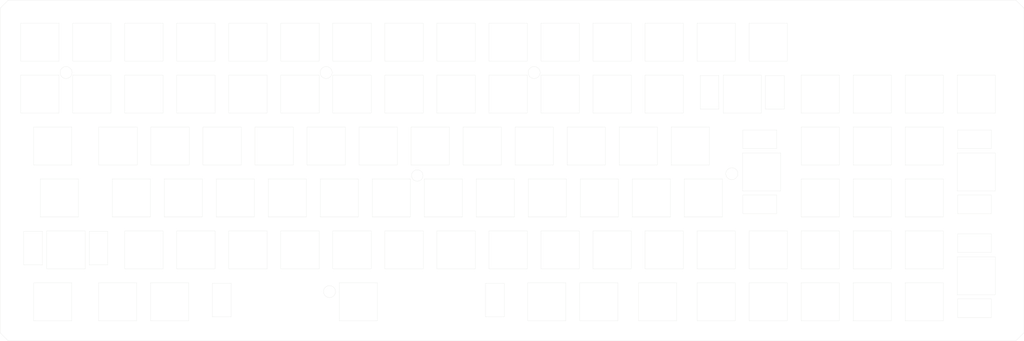
<source format=kicad_pcb>
(kicad_pcb (version 20171130) (host pcbnew "(5.1.4)-1")

  (general
    (thickness 1.6)
    (drawings 450)
    (tracks 0)
    (zones 0)
    (modules 0)
    (nets 1)
  )

  (page A3)
  (title_block
    (title RCK)
    (date 2023-01-31)
    (rev 1.0)
    (company "Raul Reinosa (rreinosa)")
  )

  (layers
    (0 F.Cu signal)
    (31 B.Cu signal)
    (32 B.Adhes user)
    (33 F.Adhes user)
    (34 B.Paste user)
    (35 F.Paste user)
    (36 B.SilkS user)
    (37 F.SilkS user)
    (38 B.Mask user)
    (39 F.Mask user)
    (40 Dwgs.User user)
    (41 Cmts.User user)
    (42 Eco1.User user)
    (43 Eco2.User user)
    (44 Edge.Cuts user)
    (45 Margin user)
    (46 B.CrtYd user)
    (47 F.CrtYd user)
    (48 B.Fab user)
    (49 F.Fab user)
  )

  (setup
    (last_trace_width 0.15)
    (user_trace_width 0.4)
    (trace_clearance 0.2)
    (zone_clearance 0.508)
    (zone_45_only no)
    (trace_min 0.15)
    (via_size 0.8)
    (via_drill 0.4)
    (via_min_size 0.3)
    (via_min_drill 0.3)
    (uvia_size 0.3)
    (uvia_drill 0.1)
    (uvias_allowed no)
    (uvia_min_size 0.2)
    (uvia_min_drill 0.1)
    (edge_width 0.05)
    (segment_width 0.2)
    (pcb_text_width 0.3)
    (pcb_text_size 1.5 1.5)
    (mod_edge_width 0.12)
    (mod_text_size 1 1)
    (mod_text_width 0.15)
    (pad_size 1.524 1.524)
    (pad_drill 0.762)
    (pad_to_mask_clearance 0.051)
    (solder_mask_min_width 0.25)
    (aux_axis_origin 0 0)
    (visible_elements 7FFFA6EF)
    (pcbplotparams
      (layerselection 0x01000_7ffffffe)
      (usegerberextensions false)
      (usegerberattributes false)
      (usegerberadvancedattributes false)
      (creategerberjobfile false)
      (excludeedgelayer true)
      (linewidth 0.100000)
      (plotframeref false)
      (viasonmask false)
      (mode 1)
      (useauxorigin false)
      (hpglpennumber 1)
      (hpglpenspeed 20)
      (hpglpendiameter 15.000000)
      (psnegative false)
      (psa4output false)
      (plotreference true)
      (plotvalue true)
      (plotinvisibletext false)
      (padsonsilk false)
      (subtractmaskfromsilk false)
      (outputformat 4)
      (mirror false)
      (drillshape 0)
      (scaleselection 1)
      (outputdirectory "dxf/"))
  )

  (net 0 "")

  (net_class Default "Esta es la clase de red por defecto."
    (clearance 0.2)
    (trace_width 0.15)
    (via_dia 0.8)
    (via_drill 0.4)
    (uvia_dia 0.3)
    (uvia_drill 0.1)
  )

  (gr_line (start 372.3386 211.6328) (end 372.3386 204.8256) (layer Edge.Cuts) (width 0.05) (tstamp 63EE1C4D))
  (gr_line (start 384.7084 211.6328) (end 372.3386 211.6328) (layer Edge.Cuts) (width 0.05))
  (gr_line (start 384.7084 204.8256) (end 384.7084 211.6328) (layer Edge.Cuts) (width 0.05))
  (gr_line (start 372.3386 204.8256) (end 384.7084 204.8256) (layer Edge.Cuts) (width 0.05))
  (gr_line (start 372.3386 235.5088) (end 372.3386 228.7016) (layer Edge.Cuts) (width 0.05) (tstamp 63EE1C4C))
  (gr_line (start 384.7084 235.5088) (end 372.3386 235.5088) (layer Edge.Cuts) (width 0.05))
  (gr_line (start 384.7084 228.7016) (end 384.7084 235.5088) (layer Edge.Cuts) (width 0.05))
  (gr_line (start 372.3386 228.7016) (end 384.7084 228.7016) (layer Edge.Cuts) (width 0.05))
  (gr_line (start 372.3386 173.5582) (end 372.3386 166.7256) (layer Edge.Cuts) (width 0.05) (tstamp 63EE1BA1))
  (gr_line (start 384.7084 173.5582) (end 372.3386 173.5582) (layer Edge.Cuts) (width 0.05))
  (gr_line (start 384.7084 166.7256) (end 384.7084 173.5582) (layer Edge.Cuts) (width 0.05))
  (gr_line (start 372.3386 166.7256) (end 384.7084 166.7256) (layer Edge.Cuts) (width 0.05))
  (gr_line (start 384.7084 190.6016) (end 372.3386 190.6016) (layer Edge.Cuts) (width 0.05) (tstamp 63EE1BA0))
  (gr_line (start 384.7084 197.4088) (end 384.7084 190.6016) (layer Edge.Cuts) (width 0.05))
  (gr_line (start 372.3386 197.4088) (end 384.7084 197.4088) (layer Edge.Cuts) (width 0.05))
  (gr_line (start 372.3386 190.6016) (end 372.3386 197.4088) (layer Edge.Cuts) (width 0.05))
  (gr_line (start 293.7256 173.5328) (end 293.7256 166.7256) (layer Edge.Cuts) (width 0.05) (tstamp 63EE0F66))
  (gr_line (start 306.0954 173.5328) (end 293.7256 173.5328) (layer Edge.Cuts) (width 0.05))
  (gr_line (start 306.0954 166.7256) (end 306.0954 173.5328) (layer Edge.Cuts) (width 0.05))
  (gr_line (start 293.7256 166.7256) (end 306.0954 166.7256) (layer Edge.Cuts) (width 0.05))
  (gr_line (start 306.0954 190.6016) (end 293.7256 190.6016) (layer Edge.Cuts) (width 0.05) (tstamp 63EE0F65))
  (gr_line (start 306.0954 197.4088) (end 306.0954 190.6016) (layer Edge.Cuts) (width 0.05))
  (gr_line (start 293.7256 197.4088) (end 306.0954 197.4088) (layer Edge.Cuts) (width 0.05))
  (gr_line (start 293.7256 190.6016) (end 293.7256 197.4088) (layer Edge.Cuts) (width 0.05))
  (gr_line (start 301.9806 159.0802) (end 301.9806 146.7104) (layer Edge.Cuts) (width 0.05) (tstamp 63EE0ED4))
  (gr_line (start 308.7878 159.0802) (end 301.9806 159.0802) (layer Edge.Cuts) (width 0.05))
  (gr_line (start 308.7878 146.7104) (end 308.7878 159.0802) (layer Edge.Cuts) (width 0.05))
  (gr_line (start 301.9806 146.7104) (end 308.7878 146.7104) (layer Edge.Cuts) (width 0.05))
  (gr_line (start 278.1046 146.7104) (end 284.9118 146.7104) (layer Edge.Cuts) (width 0.05) (tstamp 63EE0ED3))
  (gr_line (start 278.1046 159.1056) (end 278.1046 146.7104) (layer Edge.Cuts) (width 0.05))
  (gr_line (start 284.9372 159.1056) (end 278.1046 159.1056) (layer Edge.Cuts) (width 0.05))
  (gr_line (start 284.9118 146.7104) (end 284.9372 159.1056) (layer Edge.Cuts) (width 0.05))
  (gr_line (start 199.4408 235.2802) (end 199.4408 222.9104) (layer Edge.Cuts) (width 0.05) (tstamp 63EE0DC7))
  (gr_line (start 206.248 235.2802) (end 199.4408 235.2802) (layer Edge.Cuts) (width 0.05))
  (gr_line (start 206.248 222.9104) (end 206.248 235.2802) (layer Edge.Cuts) (width 0.05))
  (gr_line (start 199.4408 222.9104) (end 206.248 222.9104) (layer Edge.Cuts) (width 0.05))
  (gr_line (start 99.441 222.9104) (end 106.2482 222.9104) (layer Edge.Cuts) (width 0.05) (tstamp 63EE0DC6))
  (gr_line (start 99.441 235.2802) (end 99.441 222.9104) (layer Edge.Cuts) (width 0.05))
  (gr_line (start 106.2482 235.2802) (end 99.441 235.2802) (layer Edge.Cuts) (width 0.05))
  (gr_line (start 106.2482 222.9104) (end 106.2482 235.2802) (layer Edge.Cuts) (width 0.05))
  (gr_circle (center 142.3162 225.9838) (end 144.5162 225.9838) (layer Edge.Cuts) (width 0.05))
  (gr_circle (center 174.457 183.4232) (end 176.557 183.4232) (layer Edge.Cuts) (width 0.05) (tstamp 63EE6F9C))
  (gr_circle (center 289.6616 182.753) (end 291.8616 182.753) (layer Edge.Cuts) (width 0.05))
  (gr_circle (center 217.2462 145.6436) (end 219.4462 145.6436) (layer Edge.Cuts) (width 0.05))
  (gr_circle (center 141.0716 145.6436) (end 143.2716 145.6436) (layer Edge.Cuts) (width 0.05))
  (gr_line (start 30.3784 203.8604) (end 37.1856 203.8604) (layer Edge.Cuts) (width 0.05) (tstamp 63EE5E1D))
  (gr_line (start 30.3784 216.2302) (end 30.3784 203.8604) (layer Edge.Cuts) (width 0.05))
  (gr_line (start 37.1856 216.2302) (end 30.3784 216.2302) (layer Edge.Cuts) (width 0.05))
  (gr_line (start 37.1856 203.8604) (end 37.1856 216.2302) (layer Edge.Cuts) (width 0.05))
  (gr_line (start 54.2544 216.2302) (end 54.2544 203.8604) (layer Edge.Cuts) (width 0.05) (tstamp 63EE5E1C))
  (gr_line (start 61.0616 216.2302) (end 54.2544 216.2302) (layer Edge.Cuts) (width 0.05))
  (gr_line (start 61.0616 203.8604) (end 61.0616 216.2302) (layer Edge.Cuts) (width 0.05))
  (gr_line (start 54.2544 203.8604) (end 61.0616 203.8604) (layer Edge.Cuts) (width 0.05))
  (gr_circle (center 45.8216 145.6436) (end 48.0216 145.6436) (layer Edge.Cuts) (width 0.05))
  (gr_line (start 353.1108 236.728) (end 353.1108 222.758) (layer Edge.Cuts) (width 0.05) (tstamp 63ED67B1))
  (gr_line (start 367.0808 236.728) (end 353.1108 236.728) (layer Edge.Cuts) (width 0.05))
  (gr_line (start 367.0808 222.758) (end 367.0808 236.728) (layer Edge.Cuts) (width 0.05))
  (gr_line (start 353.1108 222.758) (end 367.0808 222.758) (layer Edge.Cuts) (width 0.05))
  (gr_line (start 334.0608 236.728) (end 334.0608 222.758) (layer Edge.Cuts) (width 0.05) (tstamp 63ED67B0))
  (gr_line (start 348.0308 236.728) (end 334.0608 236.728) (layer Edge.Cuts) (width 0.05))
  (gr_line (start 348.0308 222.758) (end 348.0308 236.728) (layer Edge.Cuts) (width 0.05))
  (gr_line (start 334.0608 222.758) (end 348.0308 222.758) (layer Edge.Cuts) (width 0.05))
  (gr_line (start 315.0108 236.728) (end 315.0108 222.758) (layer Edge.Cuts) (width 0.05) (tstamp 63ED67AF))
  (gr_line (start 328.9808 236.728) (end 315.0108 236.728) (layer Edge.Cuts) (width 0.05))
  (gr_line (start 328.9808 222.758) (end 328.9808 236.728) (layer Edge.Cuts) (width 0.05))
  (gr_line (start 315.0108 222.758) (end 328.9808 222.758) (layer Edge.Cuts) (width 0.05))
  (gr_line (start 295.9608 236.728) (end 295.9608 222.758) (layer Edge.Cuts) (width 0.05) (tstamp 63ED67AE))
  (gr_line (start 309.9308 236.728) (end 295.9608 236.728) (layer Edge.Cuts) (width 0.05))
  (gr_line (start 309.9308 222.758) (end 309.9308 236.728) (layer Edge.Cuts) (width 0.05))
  (gr_line (start 295.9608 222.758) (end 309.9308 222.758) (layer Edge.Cuts) (width 0.05))
  (gr_line (start 276.9108 236.728) (end 276.9108 222.758) (layer Edge.Cuts) (width 0.05) (tstamp 63ED67AD))
  (gr_line (start 290.8808 236.728) (end 276.9108 236.728) (layer Edge.Cuts) (width 0.05))
  (gr_line (start 290.8808 222.758) (end 290.8808 236.728) (layer Edge.Cuts) (width 0.05))
  (gr_line (start 276.9108 222.758) (end 290.8808 222.758) (layer Edge.Cuts) (width 0.05))
  (gr_line (start 255.4732 236.728) (end 255.4732 222.758) (layer Edge.Cuts) (width 0.05) (tstamp 63ED67AC))
  (gr_line (start 269.4432 236.728) (end 255.4732 236.728) (layer Edge.Cuts) (width 0.05))
  (gr_line (start 269.4432 222.758) (end 269.4432 236.728) (layer Edge.Cuts) (width 0.05))
  (gr_line (start 255.4732 222.758) (end 269.4432 222.758) (layer Edge.Cuts) (width 0.05))
  (gr_line (start 233.9848 236.728) (end 233.9848 222.758) (layer Edge.Cuts) (width 0.05) (tstamp 63ED67AB))
  (gr_line (start 247.9548 236.728) (end 233.9848 236.728) (layer Edge.Cuts) (width 0.05))
  (gr_line (start 247.9548 222.758) (end 247.9548 236.728) (layer Edge.Cuts) (width 0.05))
  (gr_line (start 233.9848 222.758) (end 247.9548 222.758) (layer Edge.Cuts) (width 0.05))
  (gr_line (start 214.9348 236.728) (end 214.9348 222.758) (layer Edge.Cuts) (width 0.05) (tstamp 63ED67AA))
  (gr_line (start 228.9048 236.728) (end 214.9348 236.728) (layer Edge.Cuts) (width 0.05))
  (gr_line (start 228.9048 222.758) (end 228.9048 236.728) (layer Edge.Cuts) (width 0.05))
  (gr_line (start 214.9348 222.758) (end 228.9048 222.758) (layer Edge.Cuts) (width 0.05))
  (gr_line (start 145.8468 236.728) (end 145.8468 222.758) (layer Edge.Cuts) (width 0.05) (tstamp 63ED67A9))
  (gr_line (start 159.8168 236.728) (end 145.8468 236.728) (layer Edge.Cuts) (width 0.05))
  (gr_line (start 159.8168 222.758) (end 159.8168 236.728) (layer Edge.Cuts) (width 0.05))
  (gr_line (start 145.8468 222.758) (end 159.8168 222.758) (layer Edge.Cuts) (width 0.05))
  (gr_line (start 76.7588 236.728) (end 76.7588 222.758) (layer Edge.Cuts) (width 0.05) (tstamp 63ED67A8))
  (gr_line (start 90.7288 236.728) (end 76.7588 236.728) (layer Edge.Cuts) (width 0.05))
  (gr_line (start 90.7288 222.758) (end 90.7288 236.728) (layer Edge.Cuts) (width 0.05))
  (gr_line (start 76.7588 222.758) (end 90.7288 222.758) (layer Edge.Cuts) (width 0.05))
  (gr_line (start 57.7088 236.728) (end 57.7088 222.758) (layer Edge.Cuts) (width 0.05) (tstamp 63ED67A7))
  (gr_line (start 71.6788 236.728) (end 57.7088 236.728) (layer Edge.Cuts) (width 0.05))
  (gr_line (start 71.6788 222.758) (end 71.6788 236.728) (layer Edge.Cuts) (width 0.05))
  (gr_line (start 57.7088 222.758) (end 71.6788 222.758) (layer Edge.Cuts) (width 0.05))
  (gr_line (start 33.9852 236.728) (end 33.9852 222.758) (layer Edge.Cuts) (width 0.05) (tstamp 63ED67A6))
  (gr_line (start 47.9552 236.728) (end 33.9852 236.728) (layer Edge.Cuts) (width 0.05))
  (gr_line (start 47.9552 222.758) (end 47.9552 236.728) (layer Edge.Cuts) (width 0.05))
  (gr_line (start 33.9852 222.758) (end 47.9552 222.758) (layer Edge.Cuts) (width 0.05))
  (gr_line (start 372.1608 227.1776) (end 372.1608 213.2584) (layer Edge.Cuts) (width 0.05) (tstamp 63ED67A5))
  (gr_line (start 386.1308 227.1776) (end 372.1608 227.1776) (layer Edge.Cuts) (width 0.05))
  (gr_line (start 386.1308 213.2584) (end 386.1308 227.1776) (layer Edge.Cuts) (width 0.05))
  (gr_line (start 372.1608 213.2584) (end 386.1308 213.2584) (layer Edge.Cuts) (width 0.05))
  (gr_line (start 353.1108 217.678) (end 353.1108 203.708) (layer Edge.Cuts) (width 0.05) (tstamp 63ED67A4))
  (gr_line (start 367.0808 217.678) (end 353.1108 217.678) (layer Edge.Cuts) (width 0.05))
  (gr_line (start 367.0808 203.708) (end 367.0808 217.678) (layer Edge.Cuts) (width 0.05))
  (gr_line (start 353.1108 203.708) (end 367.0808 203.708) (layer Edge.Cuts) (width 0.05))
  (gr_line (start 334.0608 217.678) (end 334.0608 203.708) (layer Edge.Cuts) (width 0.05) (tstamp 63ED67A3))
  (gr_line (start 348.0308 217.678) (end 334.0608 217.678) (layer Edge.Cuts) (width 0.05))
  (gr_line (start 348.0308 203.708) (end 348.0308 217.678) (layer Edge.Cuts) (width 0.05))
  (gr_line (start 334.0608 203.708) (end 348.0308 203.708) (layer Edge.Cuts) (width 0.05))
  (gr_line (start 315.0108 217.678) (end 315.0108 203.708) (layer Edge.Cuts) (width 0.05) (tstamp 63ED67A2))
  (gr_line (start 328.9808 217.678) (end 315.0108 217.678) (layer Edge.Cuts) (width 0.05))
  (gr_line (start 328.9808 203.708) (end 328.9808 217.678) (layer Edge.Cuts) (width 0.05))
  (gr_line (start 315.0108 203.708) (end 328.9808 203.708) (layer Edge.Cuts) (width 0.05))
  (gr_line (start 295.9608 217.678) (end 295.9608 203.708) (layer Edge.Cuts) (width 0.05) (tstamp 63ED67A1))
  (gr_line (start 309.9308 217.678) (end 295.9608 217.678) (layer Edge.Cuts) (width 0.05))
  (gr_line (start 309.9308 203.708) (end 309.9308 217.678) (layer Edge.Cuts) (width 0.05))
  (gr_line (start 295.9608 203.708) (end 309.9308 203.708) (layer Edge.Cuts) (width 0.05))
  (gr_line (start 276.9108 217.678) (end 276.9108 203.708) (layer Edge.Cuts) (width 0.05) (tstamp 63ED67A0))
  (gr_line (start 290.8808 217.678) (end 276.9108 217.678) (layer Edge.Cuts) (width 0.05))
  (gr_line (start 290.8808 203.708) (end 290.8808 217.678) (layer Edge.Cuts) (width 0.05))
  (gr_line (start 276.9108 203.708) (end 290.8808 203.708) (layer Edge.Cuts) (width 0.05))
  (gr_line (start 257.8608 217.678) (end 257.8608 203.708) (layer Edge.Cuts) (width 0.05) (tstamp 63ED679F))
  (gr_line (start 271.8308 217.678) (end 257.8608 217.678) (layer Edge.Cuts) (width 0.05))
  (gr_line (start 271.8308 203.708) (end 271.8308 217.678) (layer Edge.Cuts) (width 0.05))
  (gr_line (start 257.8608 203.708) (end 271.8308 203.708) (layer Edge.Cuts) (width 0.05))
  (gr_line (start 238.8108 217.678) (end 238.8108 203.708) (layer Edge.Cuts) (width 0.05) (tstamp 63ED679E))
  (gr_line (start 252.7808 217.678) (end 238.8108 217.678) (layer Edge.Cuts) (width 0.05))
  (gr_line (start 252.7808 203.708) (end 252.7808 217.678) (layer Edge.Cuts) (width 0.05))
  (gr_line (start 238.8108 203.708) (end 252.7808 203.708) (layer Edge.Cuts) (width 0.05))
  (gr_line (start 219.7608 217.678) (end 219.7608 203.708) (layer Edge.Cuts) (width 0.05) (tstamp 63ED679D))
  (gr_line (start 233.7308 217.678) (end 219.7608 217.678) (layer Edge.Cuts) (width 0.05))
  (gr_line (start 233.7308 203.708) (end 233.7308 217.678) (layer Edge.Cuts) (width 0.05))
  (gr_line (start 219.7608 203.708) (end 233.7308 203.708) (layer Edge.Cuts) (width 0.05))
  (gr_line (start 200.7108 217.678) (end 200.7108 203.708) (layer Edge.Cuts) (width 0.05) (tstamp 63ED679C))
  (gr_line (start 214.6808 217.678) (end 200.7108 217.678) (layer Edge.Cuts) (width 0.05))
  (gr_line (start 214.6808 203.708) (end 214.6808 217.678) (layer Edge.Cuts) (width 0.05))
  (gr_line (start 200.7108 203.708) (end 214.6808 203.708) (layer Edge.Cuts) (width 0.05))
  (gr_line (start 181.6608 217.678) (end 181.6608 203.708) (layer Edge.Cuts) (width 0.05) (tstamp 63ED679B))
  (gr_line (start 195.6308 217.678) (end 181.6608 217.678) (layer Edge.Cuts) (width 0.05))
  (gr_line (start 195.6308 203.708) (end 195.6308 217.678) (layer Edge.Cuts) (width 0.05))
  (gr_line (start 181.6608 203.708) (end 195.6308 203.708) (layer Edge.Cuts) (width 0.05))
  (gr_line (start 162.6108 217.678) (end 162.6108 203.708) (layer Edge.Cuts) (width 0.05) (tstamp 63ED679A))
  (gr_line (start 176.5808 217.678) (end 162.6108 217.678) (layer Edge.Cuts) (width 0.05))
  (gr_line (start 176.5808 203.708) (end 176.5808 217.678) (layer Edge.Cuts) (width 0.05))
  (gr_line (start 162.6108 203.708) (end 176.5808 203.708) (layer Edge.Cuts) (width 0.05))
  (gr_line (start 143.5608 217.678) (end 143.5608 203.708) (layer Edge.Cuts) (width 0.05) (tstamp 63ED6799))
  (gr_line (start 157.5308 217.678) (end 143.5608 217.678) (layer Edge.Cuts) (width 0.05))
  (gr_line (start 157.5308 203.708) (end 157.5308 217.678) (layer Edge.Cuts) (width 0.05))
  (gr_line (start 143.5608 203.708) (end 157.5308 203.708) (layer Edge.Cuts) (width 0.05))
  (gr_line (start 124.5108 217.678) (end 124.5108 203.708) (layer Edge.Cuts) (width 0.05) (tstamp 63ED6798))
  (gr_line (start 138.4808 217.678) (end 124.5108 217.678) (layer Edge.Cuts) (width 0.05))
  (gr_line (start 138.4808 203.708) (end 138.4808 217.678) (layer Edge.Cuts) (width 0.05))
  (gr_line (start 124.5108 203.708) (end 138.4808 203.708) (layer Edge.Cuts) (width 0.05))
  (gr_line (start 105.4608 217.678) (end 105.4608 203.708) (layer Edge.Cuts) (width 0.05) (tstamp 63ED6797))
  (gr_line (start 119.4308 217.678) (end 105.4608 217.678) (layer Edge.Cuts) (width 0.05))
  (gr_line (start 119.4308 203.708) (end 119.4308 217.678) (layer Edge.Cuts) (width 0.05))
  (gr_line (start 105.4608 203.708) (end 119.4308 203.708) (layer Edge.Cuts) (width 0.05))
  (gr_line (start 86.4108 217.678) (end 86.4108 203.708) (layer Edge.Cuts) (width 0.05) (tstamp 63ED6796))
  (gr_line (start 100.3808 217.678) (end 86.4108 217.678) (layer Edge.Cuts) (width 0.05))
  (gr_line (start 100.3808 203.708) (end 100.3808 217.678) (layer Edge.Cuts) (width 0.05))
  (gr_line (start 86.4108 203.708) (end 100.3808 203.708) (layer Edge.Cuts) (width 0.05))
  (gr_line (start 67.3608 217.678) (end 67.3608 203.708) (layer Edge.Cuts) (width 0.05) (tstamp 63ED6795))
  (gr_line (start 81.3308 217.678) (end 67.3608 217.678) (layer Edge.Cuts) (width 0.05))
  (gr_line (start 81.3308 203.708) (end 81.3308 217.678) (layer Edge.Cuts) (width 0.05))
  (gr_line (start 67.3608 203.708) (end 81.3308 203.708) (layer Edge.Cuts) (width 0.05))
  (gr_line (start 38.8112 217.678) (end 38.8112 203.708) (layer Edge.Cuts) (width 0.05) (tstamp 63ED6794))
  (gr_line (start 52.7812 217.678) (end 38.8112 217.678) (layer Edge.Cuts) (width 0.05))
  (gr_line (start 52.7812 203.708) (end 52.7812 217.678) (layer Edge.Cuts) (width 0.05))
  (gr_line (start 38.8112 203.708) (end 52.7812 203.708) (layer Edge.Cuts) (width 0.05))
  (gr_line (start 353.1108 198.628) (end 353.1108 184.658) (layer Edge.Cuts) (width 0.05) (tstamp 63ED6793))
  (gr_line (start 367.0808 198.628) (end 353.1108 198.628) (layer Edge.Cuts) (width 0.05))
  (gr_line (start 367.0808 184.658) (end 367.0808 198.628) (layer Edge.Cuts) (width 0.05))
  (gr_line (start 353.1108 184.658) (end 367.0808 184.658) (layer Edge.Cuts) (width 0.05))
  (gr_line (start 334.0608 198.628) (end 334.0608 184.658) (layer Edge.Cuts) (width 0.05) (tstamp 63ED6792))
  (gr_line (start 348.0308 198.628) (end 334.0608 198.628) (layer Edge.Cuts) (width 0.05))
  (gr_line (start 348.0308 184.658) (end 348.0308 198.628) (layer Edge.Cuts) (width 0.05))
  (gr_line (start 334.0608 184.658) (end 348.0308 184.658) (layer Edge.Cuts) (width 0.05))
  (gr_line (start 315.0108 198.628) (end 315.0108 184.658) (layer Edge.Cuts) (width 0.05) (tstamp 63ED6791))
  (gr_line (start 328.9808 198.628) (end 315.0108 198.628) (layer Edge.Cuts) (width 0.05))
  (gr_line (start 328.9808 184.658) (end 328.9808 198.628) (layer Edge.Cuts) (width 0.05))
  (gr_line (start 315.0108 184.658) (end 328.9808 184.658) (layer Edge.Cuts) (width 0.05))
  (gr_line (start 272.2372 198.628) (end 272.2372 184.658) (layer Edge.Cuts) (width 0.05) (tstamp 63ED6790))
  (gr_line (start 286.2072 198.628) (end 272.2372 198.628) (layer Edge.Cuts) (width 0.05))
  (gr_line (start 286.2072 184.658) (end 286.2072 198.628) (layer Edge.Cuts) (width 0.05))
  (gr_line (start 272.2372 184.658) (end 286.2072 184.658) (layer Edge.Cuts) (width 0.05))
  (gr_line (start 253.1872 198.628) (end 253.1872 184.658) (layer Edge.Cuts) (width 0.05) (tstamp 63ED678F))
  (gr_line (start 267.1572 198.628) (end 253.1872 198.628) (layer Edge.Cuts) (width 0.05))
  (gr_line (start 267.1572 184.658) (end 267.1572 198.628) (layer Edge.Cuts) (width 0.05))
  (gr_line (start 253.1872 184.658) (end 267.1572 184.658) (layer Edge.Cuts) (width 0.05))
  (gr_line (start 234.1372 198.628) (end 234.1372 184.658) (layer Edge.Cuts) (width 0.05) (tstamp 63ED678E))
  (gr_line (start 248.1072 198.628) (end 234.1372 198.628) (layer Edge.Cuts) (width 0.05))
  (gr_line (start 248.1072 184.658) (end 248.1072 198.628) (layer Edge.Cuts) (width 0.05))
  (gr_line (start 234.1372 184.658) (end 248.1072 184.658) (layer Edge.Cuts) (width 0.05))
  (gr_line (start 215.0872 198.628) (end 215.0872 184.658) (layer Edge.Cuts) (width 0.05) (tstamp 63ED678D))
  (gr_line (start 229.0572 198.628) (end 215.0872 198.628) (layer Edge.Cuts) (width 0.05))
  (gr_line (start 229.0572 184.658) (end 229.0572 198.628) (layer Edge.Cuts) (width 0.05))
  (gr_line (start 215.0872 184.658) (end 229.0572 184.658) (layer Edge.Cuts) (width 0.05))
  (gr_line (start 196.0372 198.628) (end 196.0372 184.658) (layer Edge.Cuts) (width 0.05) (tstamp 63ED678C))
  (gr_line (start 210.0072 198.628) (end 196.0372 198.628) (layer Edge.Cuts) (width 0.05))
  (gr_line (start 210.0072 184.658) (end 210.0072 198.628) (layer Edge.Cuts) (width 0.05))
  (gr_line (start 196.0372 184.658) (end 210.0072 184.658) (layer Edge.Cuts) (width 0.05))
  (gr_line (start 176.9872 198.628) (end 176.9872 184.658) (layer Edge.Cuts) (width 0.05) (tstamp 63ED678B))
  (gr_line (start 190.9572 198.628) (end 176.9872 198.628) (layer Edge.Cuts) (width 0.05))
  (gr_line (start 190.9572 184.658) (end 190.9572 198.628) (layer Edge.Cuts) (width 0.05))
  (gr_line (start 176.9872 184.658) (end 190.9572 184.658) (layer Edge.Cuts) (width 0.05))
  (gr_line (start 157.9372 198.628) (end 157.9372 184.658) (layer Edge.Cuts) (width 0.05) (tstamp 63ED678A))
  (gr_line (start 171.9072 198.628) (end 157.9372 198.628) (layer Edge.Cuts) (width 0.05))
  (gr_line (start 171.9072 184.658) (end 171.9072 198.628) (layer Edge.Cuts) (width 0.05))
  (gr_line (start 157.9372 184.658) (end 171.9072 184.658) (layer Edge.Cuts) (width 0.05))
  (gr_line (start 138.8872 198.628) (end 138.8872 184.658) (layer Edge.Cuts) (width 0.05) (tstamp 63ED6789))
  (gr_line (start 152.8572 198.628) (end 138.8872 198.628) (layer Edge.Cuts) (width 0.05))
  (gr_line (start 152.8572 184.658) (end 152.8572 198.628) (layer Edge.Cuts) (width 0.05))
  (gr_line (start 138.8872 184.658) (end 152.8572 184.658) (layer Edge.Cuts) (width 0.05))
  (gr_line (start 119.8372 198.628) (end 119.8372 184.658) (layer Edge.Cuts) (width 0.05) (tstamp 63ED6788))
  (gr_line (start 133.8072 198.628) (end 119.8372 198.628) (layer Edge.Cuts) (width 0.05))
  (gr_line (start 133.8072 184.658) (end 133.8072 198.628) (layer Edge.Cuts) (width 0.05))
  (gr_line (start 119.8372 184.658) (end 133.8072 184.658) (layer Edge.Cuts) (width 0.05))
  (gr_line (start 100.7872 198.628) (end 100.7872 184.658) (layer Edge.Cuts) (width 0.05) (tstamp 63ED6787))
  (gr_line (start 114.7572 198.628) (end 100.7872 198.628) (layer Edge.Cuts) (width 0.05))
  (gr_line (start 114.7572 184.658) (end 114.7572 198.628) (layer Edge.Cuts) (width 0.05))
  (gr_line (start 100.7872 184.658) (end 114.7572 184.658) (layer Edge.Cuts) (width 0.05))
  (gr_line (start 81.7372 198.628) (end 81.7372 184.658) (layer Edge.Cuts) (width 0.05) (tstamp 63ED6786))
  (gr_line (start 95.7072 198.628) (end 81.7372 198.628) (layer Edge.Cuts) (width 0.05))
  (gr_line (start 95.7072 184.658) (end 95.7072 198.628) (layer Edge.Cuts) (width 0.05))
  (gr_line (start 81.7372 184.658) (end 95.7072 184.658) (layer Edge.Cuts) (width 0.05))
  (gr_line (start 62.6872 198.628) (end 62.6872 184.658) (layer Edge.Cuts) (width 0.05) (tstamp 63ED6785))
  (gr_line (start 76.6572 198.628) (end 62.6872 198.628) (layer Edge.Cuts) (width 0.05))
  (gr_line (start 76.6572 184.658) (end 76.6572 198.628) (layer Edge.Cuts) (width 0.05))
  (gr_line (start 62.6872 184.658) (end 76.6572 184.658) (layer Edge.Cuts) (width 0.05))
  (gr_line (start 36.3728 198.628) (end 36.3728 184.658) (layer Edge.Cuts) (width 0.05) (tstamp 63ED6784))
  (gr_line (start 50.3428 198.628) (end 36.3728 198.628) (layer Edge.Cuts) (width 0.05))
  (gr_line (start 50.3428 184.658) (end 50.3428 198.628) (layer Edge.Cuts) (width 0.05))
  (gr_line (start 36.3728 184.658) (end 50.3428 184.658) (layer Edge.Cuts) (width 0.05))
  (gr_line (start 372.1608 189.0776) (end 372.1608 175.1076) (layer Edge.Cuts) (width 0.05) (tstamp 63ED6783))
  (gr_line (start 386.1308 189.0776) (end 372.1608 189.0776) (layer Edge.Cuts) (width 0.05))
  (gr_line (start 386.1308 175.1076) (end 386.1308 189.0776) (layer Edge.Cuts) (width 0.05))
  (gr_line (start 372.1608 175.1076) (end 386.1308 175.1076) (layer Edge.Cuts) (width 0.05))
  (gr_line (start 353.1108 179.578) (end 353.1108 165.608) (layer Edge.Cuts) (width 0.05) (tstamp 63ED6782))
  (gr_line (start 367.0808 179.578) (end 353.1108 179.578) (layer Edge.Cuts) (width 0.05))
  (gr_line (start 367.0808 165.608) (end 367.0808 179.578) (layer Edge.Cuts) (width 0.05))
  (gr_line (start 353.1108 165.608) (end 367.0808 165.608) (layer Edge.Cuts) (width 0.05))
  (gr_line (start 334.0608 179.578) (end 334.0608 165.608) (layer Edge.Cuts) (width 0.05) (tstamp 63ED6781))
  (gr_line (start 348.0308 179.578) (end 334.0608 179.578) (layer Edge.Cuts) (width 0.05))
  (gr_line (start 348.0308 165.608) (end 348.0308 179.578) (layer Edge.Cuts) (width 0.05))
  (gr_line (start 334.0608 165.608) (end 348.0308 165.608) (layer Edge.Cuts) (width 0.05))
  (gr_line (start 315.0616 179.578) (end 315.0108 165.608) (layer Edge.Cuts) (width 0.05) (tstamp 63ED5946))
  (gr_line (start 328.9808 179.578) (end 315.0616 179.578) (layer Edge.Cuts) (width 0.05))
  (gr_line (start 328.9808 165.608) (end 328.9808 179.578) (layer Edge.Cuts) (width 0.05))
  (gr_line (start 315.0108 165.608) (end 328.9808 165.608) (layer Edge.Cuts) (width 0.05))
  (gr_line (start 293.5732 189.0776) (end 293.5732 175.1076) (layer Edge.Cuts) (width 0.05) (tstamp 63ED4EA1))
  (gr_line (start 307.5432 189.0776) (end 293.5732 189.0776) (layer Edge.Cuts) (width 0.05))
  (gr_line (start 307.5432 175.1076) (end 307.5432 189.0776) (layer Edge.Cuts) (width 0.05))
  (gr_line (start 293.5732 175.1076) (end 307.5432 175.1076) (layer Edge.Cuts) (width 0.05))
  (gr_line (start 267.4112 179.578) (end 267.4112 165.608) (layer Edge.Cuts) (width 0.05) (tstamp 63ED4EA0))
  (gr_line (start 281.3812 179.578) (end 267.4112 179.578) (layer Edge.Cuts) (width 0.05))
  (gr_line (start 281.3812 165.608) (end 281.3812 179.578) (layer Edge.Cuts) (width 0.05))
  (gr_line (start 267.4112 165.608) (end 281.3812 165.608) (layer Edge.Cuts) (width 0.05))
  (gr_line (start 248.3612 179.578) (end 248.3612 165.608) (layer Edge.Cuts) (width 0.05) (tstamp 63ED4E9F))
  (gr_line (start 262.3312 179.578) (end 248.3612 179.578) (layer Edge.Cuts) (width 0.05))
  (gr_line (start 262.3312 165.608) (end 262.3312 179.578) (layer Edge.Cuts) (width 0.05))
  (gr_line (start 248.3612 165.608) (end 262.3312 165.608) (layer Edge.Cuts) (width 0.05))
  (gr_line (start 229.3112 179.578) (end 229.3112 165.608) (layer Edge.Cuts) (width 0.05) (tstamp 63ED4E9E))
  (gr_line (start 243.2812 179.578) (end 229.3112 179.578) (layer Edge.Cuts) (width 0.05))
  (gr_line (start 243.2812 165.608) (end 243.2812 179.578) (layer Edge.Cuts) (width 0.05))
  (gr_line (start 229.3112 165.608) (end 243.2812 165.608) (layer Edge.Cuts) (width 0.05))
  (gr_line (start 210.2612 179.578) (end 210.2612 165.608) (layer Edge.Cuts) (width 0.05) (tstamp 63ED4E9D))
  (gr_line (start 224.2312 179.578) (end 210.2612 179.578) (layer Edge.Cuts) (width 0.05))
  (gr_line (start 224.2312 165.608) (end 224.2312 179.578) (layer Edge.Cuts) (width 0.05))
  (gr_line (start 210.2612 165.608) (end 224.2312 165.608) (layer Edge.Cuts) (width 0.05))
  (gr_line (start 191.2112 179.578) (end 191.2112 165.608) (layer Edge.Cuts) (width 0.05) (tstamp 63ED4E9C))
  (gr_line (start 205.1812 179.578) (end 191.2112 179.578) (layer Edge.Cuts) (width 0.05))
  (gr_line (start 205.1812 165.608) (end 205.1812 179.578) (layer Edge.Cuts) (width 0.05))
  (gr_line (start 191.2112 165.608) (end 205.1812 165.608) (layer Edge.Cuts) (width 0.05))
  (gr_line (start 172.1612 179.578) (end 172.1612 165.608) (layer Edge.Cuts) (width 0.05) (tstamp 63ED4E9B))
  (gr_line (start 186.1312 179.578) (end 172.1612 179.578) (layer Edge.Cuts) (width 0.05))
  (gr_line (start 186.1312 165.608) (end 186.1312 179.578) (layer Edge.Cuts) (width 0.05))
  (gr_line (start 172.1612 165.608) (end 186.1312 165.608) (layer Edge.Cuts) (width 0.05))
  (gr_line (start 153.1112 179.578) (end 153.1112 165.608) (layer Edge.Cuts) (width 0.05) (tstamp 63ED4E9A))
  (gr_line (start 167.0812 179.578) (end 153.1112 179.578) (layer Edge.Cuts) (width 0.05))
  (gr_line (start 167.0812 165.608) (end 167.0812 179.578) (layer Edge.Cuts) (width 0.05))
  (gr_line (start 153.1112 165.608) (end 167.0812 165.608) (layer Edge.Cuts) (width 0.05))
  (gr_line (start 134.0612 179.578) (end 134.0612 165.608) (layer Edge.Cuts) (width 0.05) (tstamp 63ED4E99))
  (gr_line (start 148.0312 179.578) (end 134.0612 179.578) (layer Edge.Cuts) (width 0.05))
  (gr_line (start 148.0312 165.608) (end 148.0312 179.578) (layer Edge.Cuts) (width 0.05))
  (gr_line (start 134.0612 165.608) (end 148.0312 165.608) (layer Edge.Cuts) (width 0.05))
  (gr_line (start 115.0112 179.578) (end 115.0112 165.608) (layer Edge.Cuts) (width 0.05) (tstamp 63ED4E98))
  (gr_line (start 128.9812 179.578) (end 115.0112 179.578) (layer Edge.Cuts) (width 0.05))
  (gr_line (start 128.9812 165.608) (end 128.9812 179.578) (layer Edge.Cuts) (width 0.05))
  (gr_line (start 115.0112 165.608) (end 128.9812 165.608) (layer Edge.Cuts) (width 0.05))
  (gr_line (start 95.9612 179.578) (end 95.9612 165.608) (layer Edge.Cuts) (width 0.05) (tstamp 63ED4E97))
  (gr_line (start 109.9312 179.578) (end 95.9612 179.578) (layer Edge.Cuts) (width 0.05))
  (gr_line (start 109.9312 165.608) (end 109.9312 179.578) (layer Edge.Cuts) (width 0.05))
  (gr_line (start 95.9612 165.608) (end 109.9312 165.608) (layer Edge.Cuts) (width 0.05))
  (gr_line (start 76.9112 179.578) (end 76.9112 165.608) (layer Edge.Cuts) (width 0.05) (tstamp 63ED4E96))
  (gr_line (start 90.8812 179.578) (end 76.9112 179.578) (layer Edge.Cuts) (width 0.05))
  (gr_line (start 90.8812 165.608) (end 90.8812 179.578) (layer Edge.Cuts) (width 0.05))
  (gr_line (start 76.9112 165.608) (end 90.8812 165.608) (layer Edge.Cuts) (width 0.05))
  (gr_line (start 57.8612 179.578) (end 57.8612 165.608) (layer Edge.Cuts) (width 0.05) (tstamp 63ED4E95))
  (gr_line (start 71.8312 179.578) (end 57.8612 179.578) (layer Edge.Cuts) (width 0.05))
  (gr_line (start 71.8312 165.608) (end 71.8312 179.578) (layer Edge.Cuts) (width 0.05))
  (gr_line (start 57.8612 165.608) (end 71.8312 165.608) (layer Edge.Cuts) (width 0.05))
  (gr_line (start 33.9852 179.578) (end 33.9852 165.608) (layer Edge.Cuts) (width 0.05) (tstamp 63ED4E94))
  (gr_line (start 47.9552 179.578) (end 33.9852 179.578) (layer Edge.Cuts) (width 0.05))
  (gr_line (start 47.9552 165.608) (end 47.9552 179.578) (layer Edge.Cuts) (width 0.05))
  (gr_line (start 33.9852 165.608) (end 47.9552 165.608) (layer Edge.Cuts) (width 0.05))
  (gr_line (start 372.1608 160.528) (end 372.1608 146.558) (layer Edge.Cuts) (width 0.05) (tstamp 63ED4E93))
  (gr_line (start 386.1308 160.528) (end 372.1608 160.528) (layer Edge.Cuts) (width 0.05))
  (gr_line (start 386.1308 146.558) (end 386.1308 160.528) (layer Edge.Cuts) (width 0.05))
  (gr_line (start 372.1608 146.558) (end 386.1308 146.558) (layer Edge.Cuts) (width 0.05))
  (gr_line (start 353.1108 160.528) (end 353.1108 146.558) (layer Edge.Cuts) (width 0.05) (tstamp 63ED4E92))
  (gr_line (start 367.0808 160.528) (end 353.1108 160.528) (layer Edge.Cuts) (width 0.05))
  (gr_line (start 367.0808 146.558) (end 367.0808 160.528) (layer Edge.Cuts) (width 0.05))
  (gr_line (start 353.1108 146.558) (end 367.0808 146.558) (layer Edge.Cuts) (width 0.05))
  (gr_line (start 334.0608 160.528) (end 334.0608 146.558) (layer Edge.Cuts) (width 0.05) (tstamp 63ED4E91))
  (gr_line (start 348.0308 160.528) (end 334.0608 160.528) (layer Edge.Cuts) (width 0.05))
  (gr_line (start 348.0308 146.558) (end 348.0308 160.528) (layer Edge.Cuts) (width 0.05))
  (gr_line (start 334.0608 146.558) (end 348.0308 146.558) (layer Edge.Cuts) (width 0.05))
  (gr_line (start 315.0108 160.528) (end 315.0108 146.558) (layer Edge.Cuts) (width 0.05) (tstamp 63ED4E90))
  (gr_line (start 328.9808 160.528) (end 315.0108 160.528) (layer Edge.Cuts) (width 0.05))
  (gr_line (start 328.9808 146.558) (end 328.9808 160.528) (layer Edge.Cuts) (width 0.05))
  (gr_line (start 315.0108 146.558) (end 328.9808 146.558) (layer Edge.Cuts) (width 0.05))
  (gr_line (start 286.4612 160.528) (end 286.4612 146.558) (layer Edge.Cuts) (width 0.05) (tstamp 63ED4E8F))
  (gr_line (start 300.4312 160.528) (end 286.4612 160.528) (layer Edge.Cuts) (width 0.05))
  (gr_line (start 300.4312 146.558) (end 300.4312 160.528) (layer Edge.Cuts) (width 0.05))
  (gr_line (start 286.4612 146.558) (end 300.4312 146.558) (layer Edge.Cuts) (width 0.05))
  (gr_line (start 257.8608 160.528) (end 257.8608 146.558) (layer Edge.Cuts) (width 0.05) (tstamp 63ED4E8E))
  (gr_line (start 271.8308 160.528) (end 257.8608 160.528) (layer Edge.Cuts) (width 0.05))
  (gr_line (start 271.8308 146.558) (end 271.8308 160.528) (layer Edge.Cuts) (width 0.05))
  (gr_line (start 257.8608 146.558) (end 271.8308 146.558) (layer Edge.Cuts) (width 0.05))
  (gr_line (start 238.8108 160.528) (end 238.8108 146.558) (layer Edge.Cuts) (width 0.05) (tstamp 63ED4E8D))
  (gr_line (start 252.7808 160.528) (end 238.8108 160.528) (layer Edge.Cuts) (width 0.05))
  (gr_line (start 252.7808 146.558) (end 252.7808 160.528) (layer Edge.Cuts) (width 0.05))
  (gr_line (start 238.8108 146.558) (end 252.7808 146.558) (layer Edge.Cuts) (width 0.05))
  (gr_line (start 219.7608 160.528) (end 219.7608 146.558) (layer Edge.Cuts) (width 0.05) (tstamp 63ED4E8C))
  (gr_line (start 233.7308 160.528) (end 219.7608 160.528) (layer Edge.Cuts) (width 0.05))
  (gr_line (start 233.7308 146.558) (end 233.7308 160.528) (layer Edge.Cuts) (width 0.05))
  (gr_line (start 219.7608 146.558) (end 233.7308 146.558) (layer Edge.Cuts) (width 0.05))
  (gr_line (start 200.7108 160.528) (end 200.7108 146.558) (layer Edge.Cuts) (width 0.05) (tstamp 63ED4E8B))
  (gr_line (start 214.6808 160.528) (end 200.7108 160.528) (layer Edge.Cuts) (width 0.05))
  (gr_line (start 214.6808 146.558) (end 214.6808 160.528) (layer Edge.Cuts) (width 0.05))
  (gr_line (start 200.7108 146.558) (end 214.6808 146.558) (layer Edge.Cuts) (width 0.05))
  (gr_line (start 181.6608 160.528) (end 181.6608 146.558) (layer Edge.Cuts) (width 0.05) (tstamp 63ED4E8A))
  (gr_line (start 195.6308 160.528) (end 181.6608 160.528) (layer Edge.Cuts) (width 0.05))
  (gr_line (start 195.6308 146.558) (end 195.6308 160.528) (layer Edge.Cuts) (width 0.05))
  (gr_line (start 181.6608 146.558) (end 195.6308 146.558) (layer Edge.Cuts) (width 0.05))
  (gr_line (start 162.6108 160.528) (end 162.6108 146.558) (layer Edge.Cuts) (width 0.05) (tstamp 63ED4E89))
  (gr_line (start 176.5808 160.528) (end 162.6108 160.528) (layer Edge.Cuts) (width 0.05))
  (gr_line (start 176.5808 146.558) (end 176.5808 160.528) (layer Edge.Cuts) (width 0.05))
  (gr_line (start 162.6108 146.558) (end 176.5808 146.558) (layer Edge.Cuts) (width 0.05))
  (gr_line (start 143.5608 160.528) (end 143.5608 146.558) (layer Edge.Cuts) (width 0.05) (tstamp 63ED4E88))
  (gr_line (start 157.5308 160.528) (end 143.5608 160.528) (layer Edge.Cuts) (width 0.05))
  (gr_line (start 157.5308 146.558) (end 157.5308 160.528) (layer Edge.Cuts) (width 0.05))
  (gr_line (start 143.5608 146.558) (end 157.5308 146.558) (layer Edge.Cuts) (width 0.05))
  (gr_line (start 124.5108 160.528) (end 124.5108 146.558) (layer Edge.Cuts) (width 0.05) (tstamp 63ED4E87))
  (gr_line (start 138.4808 160.528) (end 124.5108 160.528) (layer Edge.Cuts) (width 0.05))
  (gr_line (start 138.4808 146.558) (end 138.4808 160.528) (layer Edge.Cuts) (width 0.05))
  (gr_line (start 124.5108 146.558) (end 138.4808 146.558) (layer Edge.Cuts) (width 0.05))
  (gr_line (start 105.4608 160.528) (end 105.4608 146.558) (layer Edge.Cuts) (width 0.05) (tstamp 63ED4E86))
  (gr_line (start 119.4308 160.528) (end 105.4608 160.528) (layer Edge.Cuts) (width 0.05))
  (gr_line (start 119.4308 146.558) (end 119.4308 160.528) (layer Edge.Cuts) (width 0.05))
  (gr_line (start 105.4608 146.558) (end 119.4308 146.558) (layer Edge.Cuts) (width 0.05))
  (gr_line (start 86.4108 160.528) (end 86.4108 146.558) (layer Edge.Cuts) (width 0.05) (tstamp 63ED4E85))
  (gr_line (start 100.3808 160.528) (end 86.4108 160.528) (layer Edge.Cuts) (width 0.05))
  (gr_line (start 100.3808 146.558) (end 100.3808 160.528) (layer Edge.Cuts) (width 0.05))
  (gr_line (start 86.4108 146.558) (end 100.3808 146.558) (layer Edge.Cuts) (width 0.05))
  (gr_line (start 67.3608 160.528) (end 67.3608 146.558) (layer Edge.Cuts) (width 0.05) (tstamp 63ED4E84))
  (gr_line (start 81.3308 160.528) (end 67.3608 160.528) (layer Edge.Cuts) (width 0.05))
  (gr_line (start 81.3308 146.558) (end 81.3308 160.528) (layer Edge.Cuts) (width 0.05))
  (gr_line (start 67.3608 146.558) (end 81.3308 146.558) (layer Edge.Cuts) (width 0.05))
  (gr_line (start 48.3108 160.528) (end 48.3108 146.558) (layer Edge.Cuts) (width 0.05) (tstamp 63ED4E83))
  (gr_line (start 62.2808 160.528) (end 48.3108 160.528) (layer Edge.Cuts) (width 0.05))
  (gr_line (start 62.2808 146.558) (end 62.2808 160.528) (layer Edge.Cuts) (width 0.05))
  (gr_line (start 48.3108 146.558) (end 62.2808 146.558) (layer Edge.Cuts) (width 0.05))
  (gr_line (start 29.2608 160.528) (end 29.2608 146.558) (layer Edge.Cuts) (width 0.05) (tstamp 63ED4E82))
  (gr_line (start 43.2308 160.528) (end 29.2608 160.528) (layer Edge.Cuts) (width 0.05))
  (gr_line (start 43.2308 146.558) (end 43.2308 160.528) (layer Edge.Cuts) (width 0.05))
  (gr_line (start 29.2608 146.558) (end 43.2308 146.558) (layer Edge.Cuts) (width 0.05))
  (gr_line (start 295.9608 141.478) (end 295.9608 127.508) (layer Edge.Cuts) (width 0.05) (tstamp 63ED4E81))
  (gr_line (start 309.9308 141.478) (end 295.9608 141.478) (layer Edge.Cuts) (width 0.05))
  (gr_line (start 309.9308 127.508) (end 309.9308 141.478) (layer Edge.Cuts) (width 0.05))
  (gr_line (start 295.9608 127.508) (end 309.9308 127.508) (layer Edge.Cuts) (width 0.05))
  (gr_line (start 276.9108 141.478) (end 276.9108 127.508) (layer Edge.Cuts) (width 0.05) (tstamp 63ED4E80))
  (gr_line (start 290.8808 141.478) (end 276.9108 141.478) (layer Edge.Cuts) (width 0.05))
  (gr_line (start 290.8808 127.508) (end 290.8808 141.478) (layer Edge.Cuts) (width 0.05))
  (gr_line (start 276.9108 127.508) (end 290.8808 127.508) (layer Edge.Cuts) (width 0.05))
  (gr_line (start 257.8608 141.478) (end 257.8608 127.508) (layer Edge.Cuts) (width 0.05) (tstamp 63ED4E7F))
  (gr_line (start 271.8308 141.478) (end 257.8608 141.478) (layer Edge.Cuts) (width 0.05))
  (gr_line (start 271.8308 127.508) (end 271.8308 141.478) (layer Edge.Cuts) (width 0.05))
  (gr_line (start 257.8608 127.508) (end 271.8308 127.508) (layer Edge.Cuts) (width 0.05))
  (gr_line (start 238.8108 141.478) (end 238.8108 127.508) (layer Edge.Cuts) (width 0.05) (tstamp 63ED4E7E))
  (gr_line (start 252.7808 141.478) (end 238.8108 141.478) (layer Edge.Cuts) (width 0.05))
  (gr_line (start 252.7808 127.508) (end 252.7808 141.478) (layer Edge.Cuts) (width 0.05))
  (gr_line (start 238.8108 127.508) (end 252.7808 127.508) (layer Edge.Cuts) (width 0.05))
  (gr_line (start 219.7608 141.478) (end 219.7608 127.508) (layer Edge.Cuts) (width 0.05) (tstamp 63ED4E7D))
  (gr_line (start 233.7308 141.478) (end 219.7608 141.478) (layer Edge.Cuts) (width 0.05))
  (gr_line (start 233.7308 127.508) (end 233.7308 141.478) (layer Edge.Cuts) (width 0.05))
  (gr_line (start 219.7608 127.508) (end 233.7308 127.508) (layer Edge.Cuts) (width 0.05))
  (gr_line (start 200.7108 141.478) (end 200.7108 127.508) (layer Edge.Cuts) (width 0.05) (tstamp 63ED4E7C))
  (gr_line (start 214.6808 141.478) (end 200.7108 141.478) (layer Edge.Cuts) (width 0.05))
  (gr_line (start 214.6808 127.508) (end 214.6808 141.478) (layer Edge.Cuts) (width 0.05))
  (gr_line (start 200.7108 127.508) (end 214.6808 127.508) (layer Edge.Cuts) (width 0.05))
  (gr_line (start 181.6608 141.478) (end 181.6608 127.508) (layer Edge.Cuts) (width 0.05) (tstamp 63ED4E7B))
  (gr_line (start 195.6308 141.478) (end 181.6608 141.478) (layer Edge.Cuts) (width 0.05))
  (gr_line (start 195.6308 127.508) (end 195.6308 141.478) (layer Edge.Cuts) (width 0.05))
  (gr_line (start 181.6608 127.508) (end 195.6308 127.508) (layer Edge.Cuts) (width 0.05))
  (gr_line (start 162.6108 141.478) (end 162.6108 127.508) (layer Edge.Cuts) (width 0.05) (tstamp 63ED4E7A))
  (gr_line (start 176.5808 141.478) (end 162.6108 141.478) (layer Edge.Cuts) (width 0.05))
  (gr_line (start 176.5808 127.508) (end 176.5808 141.478) (layer Edge.Cuts) (width 0.05))
  (gr_line (start 162.6108 127.508) (end 176.5808 127.508) (layer Edge.Cuts) (width 0.05))
  (gr_line (start 143.5608 141.478) (end 143.5608 127.508) (layer Edge.Cuts) (width 0.05) (tstamp 63ED4E79))
  (gr_line (start 157.5308 141.478) (end 143.5608 141.478) (layer Edge.Cuts) (width 0.05))
  (gr_line (start 157.5308 127.508) (end 157.5308 141.478) (layer Edge.Cuts) (width 0.05))
  (gr_line (start 143.5608 127.508) (end 157.5308 127.508) (layer Edge.Cuts) (width 0.05))
  (gr_line (start 124.5108 141.478) (end 124.5108 127.508) (layer Edge.Cuts) (width 0.05) (tstamp 63ED4E78))
  (gr_line (start 138.4808 141.478) (end 124.5108 141.478) (layer Edge.Cuts) (width 0.05))
  (gr_line (start 138.4808 127.508) (end 138.4808 141.478) (layer Edge.Cuts) (width 0.05))
  (gr_line (start 124.5108 127.508) (end 138.4808 127.508) (layer Edge.Cuts) (width 0.05))
  (gr_line (start 105.4608 141.478) (end 105.4608 127.508) (layer Edge.Cuts) (width 0.05) (tstamp 63ED4E77))
  (gr_line (start 119.4308 141.478) (end 105.4608 141.478) (layer Edge.Cuts) (width 0.05))
  (gr_line (start 119.4308 127.508) (end 119.4308 141.478) (layer Edge.Cuts) (width 0.05))
  (gr_line (start 105.4608 127.508) (end 119.4308 127.508) (layer Edge.Cuts) (width 0.05))
  (gr_line (start 86.4108 141.478) (end 86.4108 127.508) (layer Edge.Cuts) (width 0.05) (tstamp 63ED4E76))
  (gr_line (start 100.3808 141.478) (end 86.4108 141.478) (layer Edge.Cuts) (width 0.05))
  (gr_line (start 100.3808 127.508) (end 100.3808 141.478) (layer Edge.Cuts) (width 0.05))
  (gr_line (start 86.4108 127.508) (end 100.3808 127.508) (layer Edge.Cuts) (width 0.05))
  (gr_line (start 67.3608 141.478) (end 67.3608 127.508) (layer Edge.Cuts) (width 0.05) (tstamp 63ED4E75))
  (gr_line (start 81.3308 141.478) (end 67.3608 141.478) (layer Edge.Cuts) (width 0.05))
  (gr_line (start 81.3308 127.508) (end 81.3308 141.478) (layer Edge.Cuts) (width 0.05))
  (gr_line (start 67.3608 127.508) (end 81.3308 127.508) (layer Edge.Cuts) (width 0.05))
  (gr_line (start 48.3108 141.478) (end 48.3108 127.508) (layer Edge.Cuts) (width 0.05) (tstamp 63ED41AB))
  (gr_line (start 62.2808 141.478) (end 48.3108 141.478) (layer Edge.Cuts) (width 0.05))
  (gr_line (start 62.2808 127.508) (end 62.2808 141.478) (layer Edge.Cuts) (width 0.05))
  (gr_line (start 48.3108 127.508) (end 62.2808 127.508) (layer Edge.Cuts) (width 0.05))
  (gr_line (start 29.2608 141.478) (end 29.2608 127.508) (layer Edge.Cuts) (width 0.05) (tstamp 63ED41AA))
  (gr_line (start 43.2308 141.478) (end 29.2608 141.478) (layer Edge.Cuts) (width 0.05))
  (gr_line (start 43.2308 127.508) (end 43.2308 141.478) (layer Edge.Cuts) (width 0.05))
  (gr_line (start 29.2608 127.508) (end 43.2308 127.508) (layer Edge.Cuts) (width 0.05))
  (gr_line (start 393.6535 119.0625) (end 24.6535 119.0625) (layer Edge.Cuts) (width 0.05) (tstamp 63DA48A9))
  (gr_line (start 396.6535 122.0625) (end 393.6535 119.0625) (layer Edge.Cuts) (width 0.05) (tstamp 63DA48A4))
  (gr_line (start 24.6535 119.0625) (end 21.6535 122.0625) (layer Edge.Cuts) (width 0.05) (tstamp 63DD3134))
  (gr_line (start 24.6535 244.063) (end 393.6535 244.063) (layer Edge.Cuts) (width 0.05) (tstamp 63DA48A0))
  (gr_line (start 24.6535 244.063) (end 21.6535 241.063) (layer Edge.Cuts) (width 0.05) (tstamp 63DA489B))
  (gr_line (start 396.6535 122.0625) (end 396.6535 241.063) (layer Edge.Cuts) (width 0.05) (tstamp 63DA48A8))
  (gr_line (start 396.6535 241.063) (end 393.6535 244.063) (layer Edge.Cuts) (width 0.05) (tstamp 63DA4893))
  (gr_line (start 21.6535 241.063) (end 21.6535 122.0625) (layer Edge.Cuts) (width 0.05) (tstamp 63DA489F))

)

</source>
